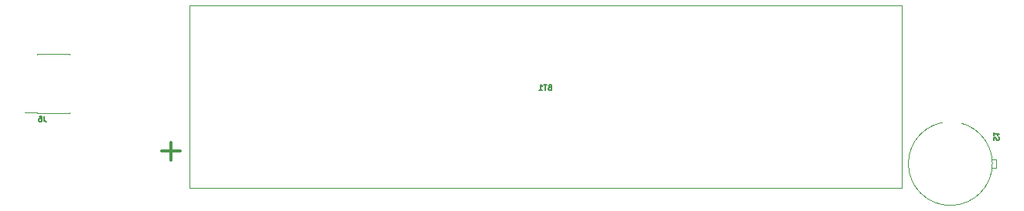
<source format=gbr>
%TF.GenerationSoftware,KiCad,Pcbnew,8.0.3*%
%TF.CreationDate,2025-03-20T13:05:17+01:00*%
%TF.ProjectId,Methanesense,4d657468-616e-4657-9365-6e73652e6b69,v2.0.0*%
%TF.SameCoordinates,Original*%
%TF.FileFunction,Legend,Bot*%
%TF.FilePolarity,Positive*%
%FSLAX46Y46*%
G04 Gerber Fmt 4.6, Leading zero omitted, Abs format (unit mm)*
G04 Created by KiCad (PCBNEW 8.0.3) date 2025-03-20 13:05:17*
%MOMM*%
%LPD*%
G01*
G04 APERTURE LIST*
%ADD10C,0.150000*%
%ADD11C,0.120000*%
%ADD12C,0.300000*%
%ADD13R,1.700000X1.700000*%
%ADD14O,1.700000X1.700000*%
%ADD15C,0.650000*%
%ADD16O,2.100000X1.000000*%
%ADD17O,1.600000X1.000000*%
%ADD18C,1.600000*%
%ADD19C,0.990600*%
%ADD20R,2.400000X0.740000*%
%ADD21C,0.787400*%
%ADD22C,3.200000*%
%ADD23R,3.500000X3.500000*%
%ADD24C,3.500000*%
G04 APERTURE END LIST*
D10*
X149958800Y-68057143D02*
X149930228Y-67971429D01*
X149930228Y-67971429D02*
X149930228Y-67828571D01*
X149930228Y-67828571D02*
X149958800Y-67771429D01*
X149958800Y-67771429D02*
X149987371Y-67742857D01*
X149987371Y-67742857D02*
X150044514Y-67714286D01*
X150044514Y-67714286D02*
X150101657Y-67714286D01*
X150101657Y-67714286D02*
X150158800Y-67742857D01*
X150158800Y-67742857D02*
X150187371Y-67771429D01*
X150187371Y-67771429D02*
X150215942Y-67828571D01*
X150215942Y-67828571D02*
X150244514Y-67942857D01*
X150244514Y-67942857D02*
X150273085Y-68000000D01*
X150273085Y-68000000D02*
X150301657Y-68028571D01*
X150301657Y-68028571D02*
X150358800Y-68057143D01*
X150358800Y-68057143D02*
X150415942Y-68057143D01*
X150415942Y-68057143D02*
X150473085Y-68028571D01*
X150473085Y-68028571D02*
X150501657Y-68000000D01*
X150501657Y-68000000D02*
X150530228Y-67942857D01*
X150530228Y-67942857D02*
X150530228Y-67800000D01*
X150530228Y-67800000D02*
X150501657Y-67714286D01*
X149930228Y-67142857D02*
X149930228Y-67485714D01*
X149930228Y-67314285D02*
X150530228Y-67314285D01*
X150530228Y-67314285D02*
X150444514Y-67371428D01*
X150444514Y-67371428D02*
X150387371Y-67428571D01*
X150387371Y-67428571D02*
X150358800Y-67485714D01*
X46000000Y-65369771D02*
X46000000Y-65798342D01*
X46000000Y-65798342D02*
X46028571Y-65884057D01*
X46028571Y-65884057D02*
X46085714Y-65941200D01*
X46085714Y-65941200D02*
X46171428Y-65969771D01*
X46171428Y-65969771D02*
X46228571Y-65969771D01*
X45457143Y-65369771D02*
X45571428Y-65369771D01*
X45571428Y-65369771D02*
X45628571Y-65398342D01*
X45628571Y-65398342D02*
X45657143Y-65426914D01*
X45657143Y-65426914D02*
X45714285Y-65512628D01*
X45714285Y-65512628D02*
X45742857Y-65626914D01*
X45742857Y-65626914D02*
X45742857Y-65855485D01*
X45742857Y-65855485D02*
X45714285Y-65912628D01*
X45714285Y-65912628D02*
X45685714Y-65941200D01*
X45685714Y-65941200D02*
X45628571Y-65969771D01*
X45628571Y-65969771D02*
X45514285Y-65969771D01*
X45514285Y-65969771D02*
X45457143Y-65941200D01*
X45457143Y-65941200D02*
X45428571Y-65912628D01*
X45428571Y-65912628D02*
X45400000Y-65855485D01*
X45400000Y-65855485D02*
X45400000Y-65712628D01*
X45400000Y-65712628D02*
X45428571Y-65655485D01*
X45428571Y-65655485D02*
X45457143Y-65626914D01*
X45457143Y-65626914D02*
X45514285Y-65598342D01*
X45514285Y-65598342D02*
X45628571Y-65598342D01*
X45628571Y-65598342D02*
X45685714Y-65626914D01*
X45685714Y-65626914D02*
X45714285Y-65655485D01*
X45714285Y-65655485D02*
X45742857Y-65712628D01*
X101366428Y-62205485D02*
X101280714Y-62234057D01*
X101280714Y-62234057D02*
X101252143Y-62262628D01*
X101252143Y-62262628D02*
X101223571Y-62319771D01*
X101223571Y-62319771D02*
X101223571Y-62405485D01*
X101223571Y-62405485D02*
X101252143Y-62462628D01*
X101252143Y-62462628D02*
X101280714Y-62491200D01*
X101280714Y-62491200D02*
X101337857Y-62519771D01*
X101337857Y-62519771D02*
X101566428Y-62519771D01*
X101566428Y-62519771D02*
X101566428Y-61919771D01*
X101566428Y-61919771D02*
X101366428Y-61919771D01*
X101366428Y-61919771D02*
X101309286Y-61948342D01*
X101309286Y-61948342D02*
X101280714Y-61976914D01*
X101280714Y-61976914D02*
X101252143Y-62034057D01*
X101252143Y-62034057D02*
X101252143Y-62091200D01*
X101252143Y-62091200D02*
X101280714Y-62148342D01*
X101280714Y-62148342D02*
X101309286Y-62176914D01*
X101309286Y-62176914D02*
X101366428Y-62205485D01*
X101366428Y-62205485D02*
X101566428Y-62205485D01*
X101052143Y-61919771D02*
X100709286Y-61919771D01*
X100880714Y-62519771D02*
X100880714Y-61919771D01*
X100195000Y-62519771D02*
X100537857Y-62519771D01*
X100366428Y-62519771D02*
X100366428Y-61919771D01*
X100366428Y-61919771D02*
X100423571Y-62005485D01*
X100423571Y-62005485D02*
X100480714Y-62062628D01*
X100480714Y-62062628D02*
X100537857Y-62091200D01*
D11*
%TO.C,S1*%
X150200000Y-70100000D02*
X149800000Y-70100000D01*
X150200000Y-70100000D02*
X150200000Y-71100000D01*
X150200000Y-71100000D02*
X149800000Y-71100000D01*
X149800000Y-70600000D02*
G75*
G02*
X140600000Y-70600000I-4600000J0D01*
G01*
X140600000Y-70600000D02*
G75*
G02*
X149800000Y-70600000I4600000J0D01*
G01*
%TO.C,J6*%
X45219000Y-58575000D02*
X45219000Y-58640000D01*
X45219000Y-64980000D02*
X43894000Y-64980000D01*
X45219000Y-64980000D02*
X45219000Y-65045000D01*
X48749000Y-58575000D02*
X45219000Y-58575000D01*
X48749000Y-58575000D02*
X48749000Y-58640000D01*
X48749000Y-64980000D02*
X48749000Y-65045000D01*
X48749000Y-65045000D02*
X45219000Y-65045000D01*
D12*
%TO.C,BT1*%
X59895000Y-68250000D02*
X59895000Y-70250000D01*
X60895000Y-69250000D02*
X58895000Y-69250000D01*
D11*
X61895000Y-53200000D02*
X139895000Y-53200000D01*
X61895000Y-73300000D02*
X61895000Y-53200000D01*
X139895000Y-53200000D02*
X139895000Y-73300000D01*
X139895000Y-73300000D02*
X61895000Y-73300000D01*
%TD*%
%LPC*%
D13*
%TO.C,J5*%
X106840000Y-51600000D03*
D14*
X109380000Y-51600000D03*
X111920000Y-51600000D03*
X114460000Y-51600000D03*
X117000000Y-51600000D03*
X119540000Y-51600000D03*
X122080000Y-51600000D03*
X124620000Y-51600000D03*
X127160000Y-51600000D03*
X129700000Y-51600000D03*
%TD*%
D15*
%TO.C,U3*%
X78015686Y-68200000D03*
X78015686Y-67200000D03*
X78015686Y-66200000D03*
X77015686Y-68200000D03*
X77015686Y-67200000D03*
X77015686Y-66200000D03*
X76015686Y-68200000D03*
X76015686Y-67200000D03*
X76015686Y-66200000D03*
%TD*%
%TO.C,J1*%
X145895000Y-64780000D03*
X145895000Y-59000000D03*
D16*
X145395000Y-66210000D03*
D17*
X149575000Y-66210000D03*
D16*
X145395000Y-57570000D03*
D17*
X149575000Y-57570000D03*
%TD*%
D18*
%TO.C,S1*%
X147000000Y-72400000D03*
X143400000Y-72400000D03*
X143400000Y-68800000D03*
X147000000Y-68800000D03*
%TD*%
D19*
%TO.C,J6*%
X45968000Y-58000000D03*
X46984000Y-65620000D03*
X48000000Y-58000000D03*
D20*
X45034000Y-64350000D03*
D21*
X46349000Y-64350000D03*
X47619000Y-64350000D03*
D20*
X48934000Y-64350000D03*
X45034000Y-63080000D03*
D21*
X46349000Y-63080000D03*
X47619000Y-63080000D03*
D20*
X48934000Y-63080000D03*
X45034000Y-61810000D03*
D21*
X46349000Y-61810000D03*
X47619000Y-61810000D03*
D20*
X48934000Y-61810000D03*
X45034000Y-60540000D03*
D21*
X46349000Y-60540000D03*
X47619000Y-60540000D03*
D20*
X48934000Y-60540000D03*
X45034000Y-59270000D03*
D21*
X46349000Y-59270000D03*
X47619000Y-59270000D03*
D20*
X48934000Y-59270000D03*
%TD*%
D22*
%TO.C,BT1*%
X129150000Y-63250000D03*
D23*
X64895000Y-63250000D03*
D24*
X136895000Y-63250000D03*
%TD*%
%LPD*%
M02*

</source>
